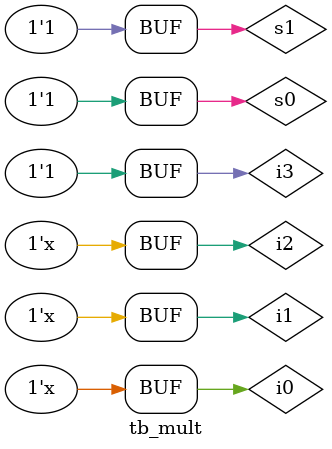
<source format=v>
module tb_mult;
  reg i0,i1,i2,i3,s0,s1;
  wire y;
  
  mult m (.i0(i0),.i1(i1),.i2(i2),.i3(i3),.s0(s0),.s1(s1),.y(y));
  
  initial begin
    s0=1'b0;s1=1'b0;i0=1'b0;
    #10
    s0=1'b0;s1=1'b0;i0=1'b1;
    #10
    s1=1'b0;s0=1'b1;i1=1'b0;i0=1'dx;
    #10
    s1=1'b0;s0=1'b1;i1=1'b1;
    #10
    s1=1'b1;s0=1'b0;i2=1'b0;i1=1'dx;
    #10
    s1=1'b1;s0=1'b0;i2=1'b1;
    #10
    s1=1'b1;s0=1'b1;i3=1'b0;i2=1'dx;
    #10
    s1=1'b1;s0=1'b1;i3=1'b1;
  end
  initial begin 
  $monitor("%t s1=%b so=%b i0=%b i1=%b i2=%b i3=%b y=%b\t",$time,s1,s0,i0,i1,i2,i3,y);
  end
endmodule

</source>
